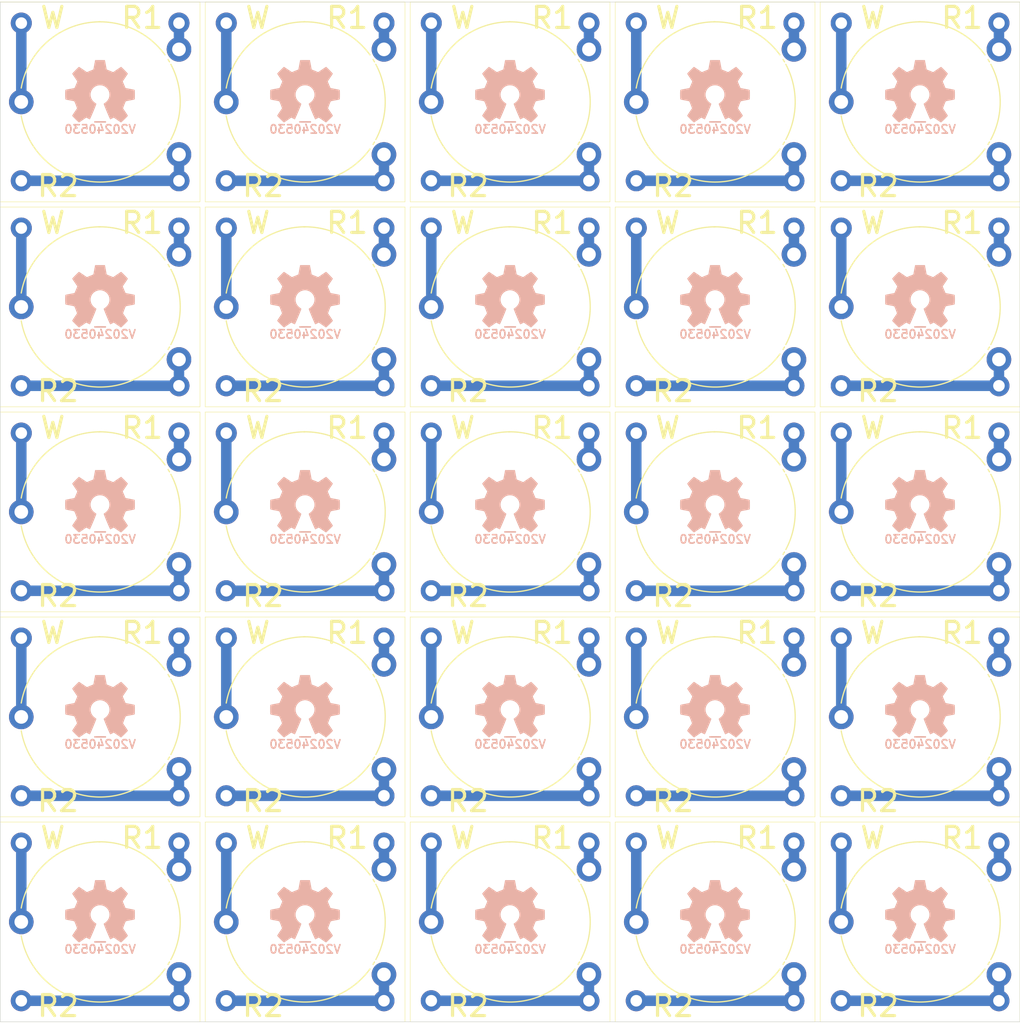
<source format=kicad_pcb>
(kicad_pcb (version 20221018) (generator pcbnew)
  (layers (0 "F.Cu" mixed) (31 "B.Cu" mixed) (34 "B.Paste" user) (35 "F.Paste" user) (36 "B.SilkS" user "B.Silkscreen") (37 "F.SilkS" user "F.Silkscreen") (38 "B.Mask" user) (39 "F.Mask" user) (44 "Edge.Cuts" user))
  (net 0 "")
  (net 1 "Net-(J1-Pin_1)")
  (net 2 "Net-(J2-Pin_1)")
  (net 3 "Net-(J3-Pin_1)")
  (footprint "mill-max:PC_pin_nail_head_6092" (layer "F.Cu") (at 52 133)
    (fp_text reference "J1")
    (fp_text value "W")
  )
  (footprint "mill-max:PC_pin_nail_head_6092" (layer "F.Cu") (at 52 148)
    (fp_text reference "J2")
    (fp_text value "R2")
  )
  (footprint "mill-max:PC_pin_nail_head_6092" (layer "F.Cu") (at 67 133)
    (fp_text reference "J3")
    (fp_text value "R1")
  )
  (footprint "mill-max:PC_pin_nail_head_6092" (layer "F.Cu") (at 67 148)
    (fp_text reference "J4")
    (fp_text value "R2" hide)
  )
  (footprint "mill-max:PC_pin_nail_head_6092" (layer "F.Cu") (at 125.5 55)
    (fp_text reference "J3")
    (fp_text value "R1")
  )
  (footprint "Potentiometer_THT:Potentiometer_Piher_PT-15-V15_Vertical" (layer "F.Cu") (at 67 135.5 180)
    (fp_text reference "RV1" hide)
    (fp_text value "R_Potentiometer")
  )
  (footprint "mill-max:PC_pin_nail_head_6092" (layer "F.Cu") (at 67 113.5)
    (fp_text reference "J3")
    (fp_text value "R1")
  )
  (footprint "Potentiometer_THT:Potentiometer_Piher_PT-15-V15_Vertical" (layer "F.Cu") (at 106 57.5 180)
    (fp_text reference "RV1" hide)
    (fp_text value "R_Potentiometer")
  )
  (footprint "mill-max:PC_pin_nail_head_6092" (layer "F.Cu") (at 145 128.5)
    (fp_text reference "J4")
    (fp_text value "R2" hide)
  )
  (footprint "mill-max:PC_pin_nail_head_6092" (layer "F.Cu") (at 86.5 133)
    (fp_text reference "J3")
    (fp_text value "R1")
  )
  (footprint "Potentiometer_THT:Potentiometer_Piher_PT-15-V15_Vertical" (layer "F.Cu") (at 125.5 96.5 180)
    (fp_text reference "RV1" hide)
    (fp_text value "R_Potentiometer")
  )
  (footprint "Potentiometer_THT:Potentiometer_Piher_PT-15-V15_Vertical" (layer "F.Cu") (at 106 96.5 180)
    (fp_text reference "RV1" hide)
    (fp_text value "R_Potentiometer")
  )
  (footprint "Potentiometer_THT:Potentiometer_Piher_PT-15-V15_Vertical" (layer "F.Cu") (at 125.5 135.5 180)
    (fp_text reference "RV1" hide)
    (fp_text value "R_Potentiometer")
  )
  (footprint "Potentiometer_THT:Potentiometer_Piher_PT-15-V15_Vertical" (layer "F.Cu") (at 106 135.5 180)
    (fp_text reference "RV1" hide)
    (fp_text value "R_Potentiometer")
  )
  (footprint "mill-max:PC_pin_nail_head_6092" (layer "F.Cu") (at 67 94)
    (fp_text reference "J3")
    (fp_text value "R1")
  )
  (footprint "Potentiometer_THT:Potentiometer_Piher_PT-15-V15_Vertical" (layer "F.Cu") (at 67 96.5 180)
    (fp_text reference "RV1" hide)
    (fp_text value "R_Potentiometer")
  )
  (footprint "mill-max:PC_pin_nail_head_6092" (layer "F.Cu") (at 91 133)
    (fp_text reference "J1")
    (fp_text value "W")
  )
  (footprint "mill-max:PC_pin_nail_head_6092" (layer "F.Cu") (at 71.5 89.5)
    (fp_text reference "J2")
    (fp_text value "R2")
  )
  (footprint "mill-max:PC_pin_nail_head_6092" (layer "F.Cu") (at 71.5 70)
    (fp_text reference "J2")
    (fp_text value "R2")
  )
  (footprint "mill-max:PC_pin_nail_head_6092" (layer "F.Cu") (at 125.5 133)
    (fp_text reference "J3")
    (fp_text value "R1")
  )
  (footprint "mill-max:PC_pin_nail_head_6092" (layer "F.Cu") (at 145 89.5)
    (fp_text reference "J4")
    (fp_text value "R2" hide)
  )
  (footprint "mill-max:PC_pin_nail_head_6092" (layer "F.Cu") (at 52 113.5)
    (fp_text reference "J1")
    (fp_text value "W")
  )
  (footprint "mill-max:PC_pin_nail_head_6092" (layer "F.Cu") (at 91 70)
    (fp_text reference "J2")
    (fp_text value "R2")
  )
  (footprint "Potentiometer_THT:Potentiometer_Piher_PT-15-V15_Vertical" (layer "F.Cu") (at 125.5 57.5 180)
    (fp_text reference "RV1" hide)
    (fp_text value "R_Potentiometer")
  )
  (footprint "mill-max:PC_pin_nail_head_6092" (layer "F.Cu") (at 106 109)
    (fp_text reference "J4")
    (fp_text value "R2" hide)
  )
  (footprint "mill-max:PC_pin_nail_head_6092" (layer "F.Cu") (at 110.5 109)
    (fp_text reference "J2")
    (fp_text value "R2")
  )
  (footprint "mill-max:PC_pin_nail_head_6092" (layer "F.Cu") (at 145 55)
    (fp_text reference "J3")
    (fp_text value "R1")
  )
  (footprint "mill-max:PC_pin_nail_head_6092" (layer "F.Cu") (at 130 128.5)
    (fp_text reference "J2")
    (fp_text value "R2")
  )
  (footprint "mill-max:PC_pin_nail_head_6092" (layer "F.Cu") (at 52 94)
    (fp_text reference "J1")
    (fp_text value "W")
  )
  (footprint "mill-max:PC_pin_nail_head_6092" (layer "F.Cu") (at 86.5 128.5)
    (fp_text reference "J4")
    (fp_text value "R2" hide)
  )
  (footprint "mill-max:PC_pin_nail_head_6092" (layer "F.Cu") (at 86.5 148)
    (fp_text reference "J4")
    (fp_text value "R2" hide)
  )
  (footprint "mill-max:PC_pin_nail_head_6092" (layer "F.Cu") (at 130 109)
    (fp_text reference "J2")
    (fp_text value "R2")
  )
  (footprint "mill-max:PC_pin_nail_head_6092" (layer "F.Cu") (at 67 109)
    (fp_text reference "J4")
    (fp_text value "R2" hide)
  )
  (footprint "mill-max:PC_pin_nail_head_6092" (layer "F.Cu") (at 145 70)
    (fp_text reference "J4")
    (fp_text value "R2" hide)
  )
  (footprint "Potentiometer_THT:Potentiometer_Piher_PT-15-V15_Vertical" (layer "F.Cu") (at 145 77 180)
    (fp_text reference "RV1" hide)
    (fp_text value "R_Potentiometer")
  )
  (footprint "mill-max:PC_pin_nail_head_6092" (layer "F.Cu") (at 71.5 113.5)
    (fp_text reference "J1")
    (fp_text value "W")
  )
  (footprint "mill-max:PC_pin_nail_head_6092" (layer "F.Cu") (at 145 94)
    (fp_text reference "J3")
    (fp_text value "R1")
  )
  (footprint "mill-max:PC_pin_nail_head_6092" (layer "F.Cu") (at 106 55)
    (fp_text reference "J3")
    (fp_text value "R1")
  )
  (footprint "Potentiometer_THT:Potentiometer_Piher_PT-15-V15_Vertical" (layer "F.Cu") (at 86.5 96.5 180)
    (fp_text reference "RV1" hide)
    (fp_text value "R_Potentiometer")
  )
  (footprint "mill-max:PC_pin_nail_head_6092" (layer "F.Cu") (at 52 70)
    (fp_text reference "J2")
    (fp_text value "R2")
  )
  (footprint "mill-max:PC_pin_nail_head_6092" (layer "F.Cu") (at 67 74.5)
    (fp_text reference "J3")
    (fp_text value "R1")
  )
  (footprint "mill-max:PC_pin_nail_head_6092" (layer "F.Cu") (at 130 74.5)
    (fp_text reference "J1")
    (fp_text value "W")
  )
  (footprint "mill-max:PC_pin_nail_head_6092" (layer "F.Cu") (at 71.5 94)
    (fp_text reference "J1")
    (fp_text value "W")
  )
  (footprint "mill-max:PC_pin_nail_head_6092" (layer "F.Cu") (at 125.5 70)
    (fp_text reference "J4")
    (fp_text value "R2" hide)
  )
  (footprint "mill-max:PC_pin_nail_head_6092" (layer "F.Cu") (at 106 113.5)
    (fp_text reference "J3")
    (fp_text value "R1")
  )
  (footprint "mill-max:PC_pin_nail_head_6092" (layer "F.Cu") (at 145 148)
    (fp_text reference "J4")
    (fp_text value "R2" hide)
  )
  (footprint "mill-max:PC_pin_nail_head_6092" (layer "F.Cu") (at 106 94)
    (fp_text reference "J3")
    (fp_text value "R1")
  )
  (footprint "Potentiometer_THT:Potentiometer_Piher_PT-15-V15_Vertical" (layer "F.Cu") (at 106 116 180)
    (fp_text reference "RV1" hide)
    (fp_text value "R_Potentiometer")
  )
  (footprint "mill-max:PC_pin_nail_head_6092" (layer "F.Cu") (at 86.5 113.5)
    (fp_text reference "J3")
    (fp_text value "R1")
  )
  (footprint "mill-max:PC_pin_nail_head_6092" (layer "F.Cu") (at 130 113.5)
    (fp_text reference "J1")
    (fp_text value "W")
  )
  (footprint "mill-max:PC_pin_nail_head_6092" (layer "F.Cu") (at 67 55)
    (fp_text reference "J3")
    (fp_text value "R1")
  )
  (footprint "Potentiometer_THT:Potentiometer_Piher_PT-15-V15_Vertical" (layer "F.Cu") (at 86.5 135.5 180)
    (fp_text reference "RV1" hide)
    (fp_text value "R_Potentiometer")
  )
  (footprint "mill-max:PC_pin_nail_head_6092" (layer "F.Cu") (at 86.5 74.5)
    (fp_text reference "J3")
    (fp_text value "R1")
  )
  (footprint "mill-max:PC_pin_nail_head_6092" (layer "F.Cu") (at 130 70)
    (fp_text reference "J2")
    (fp_text value "R2")
  )
  (footprint "Potentiometer_THT:Potentiometer_Piher_PT-15-V15_Vertical" (layer "F.Cu") (at 67 116 180)
    (fp_text reference "RV1" hide)
    (fp_text value "R_Potentiometer")
  )
  (footprint "mill-max:PC_pin_nail_head_6092" (layer "F.Cu") (at 91 74.5)
    (fp_text reference "J1")
    (fp_text value "W")
  )
  (footprint "mill-max:PC_pin_nail_head_6092" (layer "F.Cu") (at 125.5 109)
    (fp_text reference "J4")
    (fp_text value "R2" hide)
  )
  (footprint "mill-max:PC_pin_nail_head_6092" (layer "F.Cu") (at 110.5 128.5)
    (fp_text reference "J2")
    (fp_text value "R2")
  )
  (footprint "Potentiometer_THT:Potentiometer_Piher_PT-15-V15_Vertical" (layer "F.Cu") (at 67 77 180)
    (fp_text reference "RV1" hide)
    (fp_text value "R_Potentiometer")
  )
  (footprint "mill-max:PC_pin_nail_head_6092" (layer "F.Cu") (at 52 109)
    (fp_text reference "J2")
    (fp_text value "R2")
  )
  (footprint "mill-max:PC_pin_nail_head_6092" (layer "F.Cu") (at 91 55)
    (fp_text reference "J1")
    (fp_text value "W")
  )
  (footprint "mill-max:PC_pin_nail_head_6092" (layer "F.Cu") (at 145 109)
    (fp_text reference "J4")
    (fp_text value "R2" hide)
  )
  (footprint "mill-max:PC_pin_nail_head_6092" (layer "F.Cu") (at 106 70)
    (fp_text reference "J4")
    (fp_text value "R2" hide)
  )
  (footprint "mill-max:PC_pin_nail_head_6092" (layer "F.Cu") (at 110.5 148)
    (fp_text reference "J2")
    (fp_text value "R2")
  )
  (footprint "mill-max:PC_pin_nail_head_6092" (layer "F.Cu") (at 145 74.5)
    (fp_text reference "J3")
    (fp_text value "R1")
  )
  (footprint "mill-max:PC_pin_nail_head_6092" (layer "F.Cu") (at 71.5 133)
    (fp_text reference "J1")
    (fp_text value "W")
  )
  (footprint "mill-max:PC_pin_nail_head_6092" (layer "F.Cu") (at 110.5 89.5)
    (fp_text reference "J2")
    (fp_text value "R2")
  )
  (footprint "mill-max:PC_pin_nail_head_6092" (layer "F.Cu") (at 110.5 74.5)
    (fp_text reference "J1")
    (fp_text value "W")
  )
  (footprint "Potentiometer_THT:Potentiometer_Piher_PT-15-V15_Vertical" (layer "F.Cu") (at 67 57.5 180)
    (fp_text reference "RV1" hide)
    (fp_text value "R_Potentiometer")
  )
  (footprint "mill-max:PC_pin_nail_head_6092" (layer "F.Cu") (at 67 89.5)
    (fp_text reference "J4")
    (fp_text value "R2" hide)
  )
  (footprint "mill-max:PC_pin_nail_head_6092" (layer "F.Cu") (at 145 133)
    (fp_text reference "J3")
    (fp_text value "R1")
  )
  (footprint "mill-max:PC_pin_nail_head_6092" (layer "F.Cu") (at 91 148)
    (fp_text reference "J2")
    (fp_text value "R2")
  )
  (footprint "mill-max:PC_pin_nail_head_6092" (layer "F.Cu") (at 91 109)
    (fp_text reference "J2")
    (fp_text value "R2")
  )
  (footprint "mill-max:PC_pin_nail_head_6092" (layer "F.Cu") (at 67 70)
    (fp_text reference "J4")
    (fp_text value "R2" hide)
  )
  (footprint "mill-max:PC_pin_nail_head_6092" (layer "F.Cu") (at 71.5 128.5)
    (fp_text reference "J2")
    (fp_text value "R2")
  )
  (footprint "mill-max:PC_pin_nail_head_6092" (layer "F.Cu") (at 106 128.5)
    (fp_text reference "J4")
    (fp_text value "R2" hide)
  )
  (footprint "mill-max:PC_pin_nail_head_6092" (layer "F.Cu") (at 86.5 70)
    (fp_text reference "J4")
    (fp_text value "R2" hide)
  )
  (footprint "mill-max:PC_pin_nail_head_6092" (layer "F.Cu") (at 130 55)
    (fp_text reference "J1")
    (fp_text value "W")
  )
  (footprint "mill-max:PC_pin_nail_head_6092" (layer "F.Cu") (at 106 89.5)
    (fp_text reference "J4")
    (fp_text value "R2" hide)
  )
  (footprint "mill-max:PC_pin_nail_head_6092" (layer "F.Cu") (at 110.5 55)
    (fp_text reference "J1")
    (fp_text value "W")
  )
  (footprint "mill-max:PC_pin_nail_head_6092" (layer "F.Cu") (at 71.5 74.5)
    (fp_text reference "J1")
    (fp_text value "W")
  )
  (footprint "mill-max:PC_pin_nail_head_6092" (layer "F.Cu") (at 130 133)
    (fp_text reference "J1")
    (fp_text value "W")
  )
  (footprint "mill-max:PC_pin_nail_head_6092" (layer "F.Cu") (at 71.5 109)
    (fp_text reference "J2")
    (fp_text value "R2")
  )
  (footprint "mill-max:PC_pin_nail_head_6092" (layer "F.Cu") (at 71.5 148)
    (fp_text reference "J2")
    (fp_text value "R2")
  )
  (footprint "mill-max:PC_pin_nail_head_6092" (layer "F.Cu") (at 145 113.5)
    (fp_text reference "J3")
    (fp_text value "R1")
  )
  (footprint "mill-max:PC_pin_nail_head_6092" (layer "F.Cu") (at 52 74.5)
    (fp_text reference "J1")
    (fp_text value "W")
  )
  (footprint "Potentiometer_THT:Potentiometer_Piher_PT-15-V15_Vertical" (layer "F.Cu") (at 145 116 180)
    (fp_text reference "RV1" hide)
    (fp_text value "R_Potentiometer")
  )
  (footprint "Potentiometer_THT:Potentiometer_Piher_PT-15-V15_Vertical" (layer "F.Cu") (at 86.5 116 180)
    (fp_text reference "RV1" hide)
    (fp_text value "R_Potentiometer")
  )
  (footprint "mill-max:PC_pin_nail_head_6092" (layer "F.Cu") (at 52 89.5)
    (fp_text reference "J2")
    (fp_text value "R2")
  )
  (footprint "mill-max:PC_pin_nail_head_6092" (layer "F.Cu") (at 91 113.5)
    (fp_text reference "J1")
    (fp_text value "W")
  )
  (footprint "mill-max:PC_pin_nail_head_6092" (layer "F.Cu") (at 91 128.5)
    (fp_text reference "J2")
    (fp_text value "R2")
  )
  (footprint "mill-max:PC_pin_nail_head_6092" (layer "F.Cu") (at 130 89.5)
    (fp_text reference "J2")
    (fp_text value "R2")
  )
  (footprint "Potentiometer_THT:Potentiometer_Piher_PT-15-V15_Vertical" (layer "F.Cu") (at 125.5 116 180)
    (fp_text reference "RV1" hide)
    (fp_text value "R_Potentiometer")
  )
  (footprint "mill-max:PC_pin_nail_head_6092" (layer "F.Cu") (at 130 94)
    (fp_text reference "J1")
    (fp_text value "W")
  )
  (footprint "mill-max:PC_pin_nail_head_6092" (layer "F.Cu") (at 106 148)
    (fp_text reference "J4")
    (fp_text value "R2" hide)
  )
  (footprint "mill-max:PC_pin_nail_head_6092" (layer "F.Cu") (at 110.5 94)
    (fp_text reference "J1")
    (fp_text value "W")
  )
  (footprint "mill-max:PC_pin_nail_head_6092" (layer "F.Cu") (at 86.5 55)
    (fp_text reference "J3")
    (fp_text value "R1")
  )
  (footprint "Potentiometer_THT:Potentiometer_Piher_PT-15-V15_Vertical" (layer "F.Cu") (at 145 57.5 180)
    (fp_text reference "RV1" hide)
    (fp_text value "R_Potentiometer")
  )
  (footprint "mill-max:PC_pin_nail_head_6092" (layer "F.Cu") (at 86.5 109)
    (fp_text reference "J4")
    (fp_text value "R2" hide)
  )
  (footprint "mill-max:PC_pin_nail_head_6092" (layer "F.Cu") (at 110.5 70)
    (fp_text reference "J2")
    (fp_text value "R2")
  )
  (footprint "mill-max:PC_pin_nail_head_6092" (layer "F.Cu") (at 106 133)
    (fp_text reference "J3")
    (fp_text value "R1")
  )
  (footprint "Potentiometer_THT:Potentiometer_Piher_PT-15-V15_Vertical" (layer "F.Cu") (at 106 77 180)
    (fp_text reference "RV1" hide)
    (fp_text value "R_Potentiometer")
  )
  (footprint "mill-max:PC_pin_nail_head_6092" (layer "F.Cu") (at 52 128.5)
    (fp_text reference "J2")
    (fp_text value "R2")
  )
  (footprint "mill-max:PC_pin_nail_head_6092" (layer "F.Cu") (at 67 128.5)
    (fp_text reference "J4")
    (fp_text value "R2" hide)
  )
  (footprint "Potentiometer_THT:Potentiometer_Piher_PT-15-V15_Vertical" (layer "F.Cu") (at 125.5 77 180)
    (fp_text reference "RV1" hide)
    (fp_text value "R_Potentiometer")
  )
  (footprint "mill-max:PC_pin_nail_head_6092" (layer "F.Cu") (at 52 55)
    (fp_text reference "J1")
    (fp_text value "W")
  )
  (footprint "mill-max:PC_pin_nail_head_6092" (layer "F.Cu") (at 91 89.5)
    (fp_text reference "J2")
    (fp_text value "R2")
  )
  (footprint "Potentiometer_THT:Potentiometer_Piher_PT-15-V15_Vertical" (layer "F.Cu") (at 86.5 77 180)
    (fp_text reference "RV1" hide)
    (fp_text value "R_Potentiometer")
  )
  (footprint "mill-max:PC_pin_nail_head_6092" (layer "F.Cu") (at 71.5 55)
    (fp_text reference "J1")
    (fp_text value "W")
  )
  (footprint "Potentiometer_THT:Potentiometer_Piher_PT-15-V15_Vertical" (layer "F.Cu") (at 145 135.5 180)
    (fp_text reference "RV1" hide)
    (fp_text value "R_Potentiometer")
  )
  (footprint "mill-max:PC_pin_nail_head_6092" (layer "F.Cu") (at 91 94)
    (fp_text reference "J1")
    (fp_text value "W")
  )
  (footprint "mill-max:PC_pin_nail_head_6092" (layer "F.Cu") (at 110.5 113.5)
    (fp_text reference "J1")
    (fp_text value "W")
  )
  (footprint "mill-max:PC_pin_nail_head_6092" (layer "F.Cu") (at 125.5 148)
    (fp_text reference "J4")
    (fp_text value "R2" hide)
  )
  (footprint "mill-max:PC_pin_nail_head_6092" (layer "F.Cu") (at 86.5 89.5)
    (fp_text reference "J4")
    (fp_text value "R2" hide)
  )
  (footprint "Potentiometer_THT:Potentiometer_Piher_PT-15-V15_Vertical" (layer "F.Cu") (at 145 96.5 180)
    (fp_text reference "RV1" hide)
    (fp_text value "R_Potentiometer")
  )
  (footprint "mill-max:PC_pin_nail_head_6092" (layer "F.Cu") (at 110.5 133)
    (fp_text reference "J1")
    (fp_text value "W")
  )
  (footprint "mill-max:PC_pin_nail_head_6092" (layer "F.Cu") (at 125.5 94)
    (fp_text reference "J3")
    (fp_text value "R1")
  )
  (footprint "mill-max:PC_pin_nail_head_6092" (layer "F.Cu") (at 125.5 128.5)
    (fp_text reference "J4")
    (fp_text value "R2" hide)
  )
  (footprint "mill-max:PC_pin_nail_head_6092" (layer "F.Cu") (at 86.5 94)
    (fp_text reference "J3")
    (fp_text value "R1")
  )
  (footprint "mill-max:PC_pin_nail_head_6092" (layer "F.Cu") (at 125.5 74.5)
    (fp_text reference "J3")
    (fp_text value "R1")
  )
  (footprint "mill-max:PC_pin_nail_head_6092" (layer "F.Cu") (at 106 74.5)
    (fp_text reference "J3")
    (fp_text value "R1")
  )
  (footprint "Potentiometer_THT:Potentiometer_Piher_PT-15-V15_Vertical" (layer "F.Cu") (at 86.5 57.5 180)
    (fp_text reference "RV1" hide)
    (fp_text value "R_Potentiometer")
  )
  (footprint "mill-max:PC_pin_nail_head_6092" (layer "F.Cu") (at 125.5 113.5)
    (fp_text reference "J3")
    (fp_text value "R1")
  )
  (footprint "mill-max:PC_pin_nail_head_6092" (layer "F.Cu") (at 130 148)
    (fp_text reference "J2")
    (fp_text value "R2")
  )
  (footprint "mill-max:PC_pin_nail_head_6092" (layer "F.Cu") (at 125.5 89.5)
    (fp_text reference "J4")
    (fp_text value "R2" hide)
  )
  (footprint "SquantorLabels:Label_Generic" (layer "B.Cu") (at 59.5 143)
    (fp_text reference "N1" hide)
    (fp_text value "V20240530")
  )
  (footprint "Symbol:OSHW-Symbol_6.7x6mm_SilkScreen" (layer "B.Cu") (at 59.5 139.5 180)
    (fp_text reference "N2" hide)
    (fp_text value "OHWLOGO" hide)
  )
  (footprint "SquantorLabels:Label_Generic" (layer "B.Cu") (at 59.5 65)
    (fp_text reference "N1" hide)
    (fp_text value "V20240530")
  )
  (footprint "SquantorLabels:Label_Generic" (layer "B.Cu") (at 137.5 84.5)
    (fp_text reference "N1" hide)
    (fp_text value "V20240530")
  )
  (footprint "SquantorLabels:Label_Generic" (layer "B.Cu") (at 98.5 104)
    (fp_text reference "N1" hide)
    (fp_text value "V20240530")
  )
  (footprint "Symbol:OSHW-Symbol_6.7x6mm_SilkScreen" (layer "B.Cu") (at 98.5 81 180)
    (fp_text reference "N2" hide)
    (fp_text value "OHWLOGO" hide)
  )
  (footprint "Symbol:OSHW-Symbol_6.7x6mm_SilkScreen" (layer "B.Cu") (at 79 139.5 180)
    (fp_text reference "N2" hide)
    (fp_text value "OHWLOGO" hide)
  )
  (footprint "Symbol:OSHW-Symbol_6.7x6mm_SilkScreen" (layer "B.Cu") (at 59.5 120 180)
    (fp_text reference "N2" hide)
    (fp_text value "OHWLOGO" hide)
  )
  (footprint "SquantorLabels:Label_Generic" (layer "B.Cu") (at 98.5 123.5)
    (fp_text reference "N1" hide)
    (fp_text value "V20240530")
  )
  (footprint "Symbol:OSHW-Symbol_6.7x6mm_SilkScreen" (layer "B.Cu") (at 79 100.5 180)
    (fp_text reference "N2" hide)
    (fp_text value "OHWLOGO" hide)
  )
  (footprint "Symbol:OSHW-Symbol_6.7x6mm_SilkScreen" (layer "B.Cu") (at 79 81 180)
    (fp_text reference "N2" hide)
    (fp_text value "OHWLOGO" hide)
  )
  (footprint "SquantorLabels:Label_Generic" (layer "B.Cu") (at 79 143)
    (fp_text reference "N1" hide)
    (fp_text value "V20240530")
  )
  (footprint "SquantorLabels:Label_Generic" (layer "B.Cu") (at 59.5 84.5)
    (fp_text reference "N1" hide)
    (fp_text value "V20240530")
  )
  (footprint "SquantorLabels:Label_Generic" (layer "B.Cu") (at 118 143)
    (fp_text reference "N1" hide)
    (fp_text value "V20240530")
  )
  (footprint "Symbol:OSHW-Symbol_6.7x6mm_SilkScreen" (layer "B.Cu") (at 137.5 100.5 180)
    (fp_text reference "N2" hide)
    (fp_text value "OHWLOGO" hide)
  )
  (footprint "SquantorLabels:Label_Generic" (layer "B.Cu") (at 137.5 123.5)
    (fp_text reference "N1" hide)
    (fp_text value "V20240530")
  )
  (footprint "Symbol:OSHW-Symbol_6.7x6mm_SilkScreen" (layer "B.Cu") (at 137.5 139.5 180)
    (fp_text reference "N2" hide)
    (fp_text value "OHWLOGO" hide)
  )
  (footprint "Symbol:OSHW-Symbol_6.7x6mm_SilkScreen" (layer "B.Cu") (at 59.5 61.5 180)
    (fp_text reference "N2" hide)
    (fp_text value "OHWLOGO" hide)
  )
  (footprint "SquantorLabels:Label_Generic" (layer "B.Cu") (at 79 123.5)
    (fp_text reference "N1" hide)
    (fp_text value "V20240530")
  )
  (footprint "SquantorLabels:Label_Generic" (layer "B.Cu") (at 118 104)
    (fp_text reference "N1" hide)
    (fp_text value "V20240530")
  )
  (footprint "Symbol:OSHW-Symbol_6.7x6mm_SilkScreen" (layer "B.Cu") (at 98.5 139.5 180)
    (fp_text reference "N2" hide)
    (fp_text value "OHWLOGO" hide)
  )
  (footprint "SquantorLabels:Label_Generic" (layer "B.Cu") (at 59.5 123.5)
    (fp_text reference "N1" hide)
    (fp_text value "V20240530")
  )
  (footprint "SquantorLabels:Label_Generic" (layer "B.Cu") (at 118 123.5)
    (fp_text reference "N1" hide)
    (fp_text value "V20240530")
  )
  (footprint "Symbol:OSHW-Symbol_6.7x6mm_SilkScreen" (layer "B.Cu") (at 79 120 180)
    (fp_text reference "N2" hide)
    (fp_text value "OHWLOGO" hide)
  )
  (footprint "SquantorLabels:Label_Generic" (layer "B.Cu") (at 98.5 84.5)
    (fp_text reference "N1" hide)
    (fp_text value "V20240530")
  )
  (footprint "SquantorLabels:Label_Generic" (layer "B.Cu") (at 98.5 65)
    (fp_text reference "N1" hide)
    (fp_text value "V20240530")
  )
  (footprint "SquantorLabels:Label_Generic" (layer "B.Cu") (at 137.5 65)
    (fp_text reference "N1" hide)
    (fp_text value "V20240530")
  )
  (footprint "Symbol:OSHW-Symbol_6.7x6mm_SilkScreen" (layer "B.Cu") (at 79 61.5 180)
    (fp_text reference "N2" hide)
    (fp_text value "OHWLOGO" hide)
  )
  (footprint "Symbol:OSHW-Symbol_6.7x6mm_SilkScreen" (layer "B.Cu") (at 59.5 81 180)
    (fp_text reference "N2" hide)
    (fp_text value "OHWLOGO" hide)
  )
  (footprint "Symbol:OSHW-Symbol_6.7x6mm_SilkScreen" (layer "B.Cu") (at 118 61.5 180)
    (fp_text reference "N2" hide)
    (fp_text value "OHWLOGO" hide)
  )
  (footprint "Symbol:OSHW-Symbol_6.7x6mm_SilkScreen" (layer "B.Cu") (at 118 81 180)
    (fp_text reference "N2" hide)
    (fp_text value "OHWLOGO" hide)
  )
  (footprint "Symbol:OSHW-Symbol_6.7x6mm_SilkScreen" (layer "B.Cu") (at 98.5 61.5 180)
    (fp_text reference "N2" hide)
    (fp_text value "OHWLOGO" hide)
  )
  (footprint "SquantorLabels:Label_Generic" (layer "B.Cu") (at 98.5 143)
    (fp_text reference "N1" hide)
    (fp_text value "V20240530")
  )
  (footprint "SquantorLabels:Label_Generic" (layer "B.Cu") (at 137.5 104)
    (fp_text reference "N1" hide)
    (fp_text value "V20240530")
  )
  (footprint "Symbol:OSHW-Symbol_6.7x6mm_SilkScreen" (layer "B.Cu") (at 137.5 120 180)
    (fp_text reference "N2" hide)
    (fp_text value "OHWLOGO" hide)
  )
  (footprint "Symbol:OSHW-Symbol_6.7x6mm_SilkScreen" (layer "B.Cu") (at 118 100.5 180)
    (fp_text reference "N2" hide)
    (fp_text value "OHWLOGO" hide)
  )
  (footprint "SquantorLabels:Label_Generic" (layer "B.Cu") (at 79 84.5)
    (fp_text reference "N1" hide)
    (fp_text value "V20240530")
  )
  (footprint "Symbol:OSHW-Symbol_6.7x6mm_SilkScreen" (layer "B.Cu") (at 137.5 61.5 180)
    (fp_text reference "N2" hide)
    (fp_text value "OHWLOGO" hide)
  )
  (footprint "SquantorLabels:Label_Generic" (layer "B.Cu") (at 137.5 143)
    (fp_text reference "N1" hide)
    (fp_text value "V20240530")
  )
  (footprint "Symbol:OSHW-Symbol_6.7x6mm_SilkScreen" (layer "B.Cu") (at 137.5 81 180)
    (fp_text reference "N2" hide)
    (fp_text value "OHWLOGO" hide)
  )
  (footprint "SquantorLabels:Label_Generic" (layer "B.Cu") (at 118 84.5)
    (fp_text reference "N1" hide)
    (fp_text value "V20240530")
  )
  (footprint "SquantorLabels:Label_Generic" (layer "B.Cu") (at 79 65)
    (fp_text reference "N1" hide)
    (fp_text value "V20240530")
  )
  (footprint "Symbol:OSHW-Symbol_6.7x6mm_SilkScreen" (layer "B.Cu") (at 98.5 120 180)
    (fp_text reference "N2" hide)
    (fp_text value "OHWLOGO" hide)
  )
  (footprint "Symbol:OSHW-Symbol_6.7x6mm_SilkScreen" (layer "B.Cu") (at 98.5 100.5 180)
    (fp_text reference "N2" hide)
    (fp_text value "OHWLOGO" hide)
  )
  (footprint "SquantorLabels:Label_Generic" (layer "B.Cu") (at 79 104)
    (fp_text reference "N1" hide)
    (fp_text value "V20240530")
  )
  (footprint "SquantorLabels:Label_Generic" (layer "B.Cu") (at 59.5 104)
    (fp_text reference "N1" hide)
    (fp_text value "V20240530")
  )
  (footprint "Symbol:OSHW-Symbol_6.7x6mm_SilkScreen" (layer "B.Cu") (at 118 139.5 180)
    (fp_text reference "N2" hide)
    (fp_text value "OHWLOGO" hide)
  )
  (footprint "Symbol:OSHW-Symbol_6.7x6mm_SilkScreen" (layer "B.Cu") (at 59.5 100.5 180)
    (fp_text reference "N2" hide)
    (fp_text value "OHWLOGO" hide)
  )
  (footprint "SquantorLabels:Label_Generic" (layer "B.Cu") (at 118 65)
    (fp_text reference "N1" hide)
    (fp_text value "V20240530")
  )
  (footprint "Symbol:OSHW-Symbol_6.7x6mm_SilkScreen" (layer "B.Cu") (at 118 120 180)
    (fp_text reference "N2" hide)
    (fp_text value "OHWLOGO" hide)
  )
  (gr_line (start 50 150) (end 69 150) (stroke (width 0.05)) (layer "F.SilkS"))
  (gr_line (start 69 131) (end 69 150) (stroke (width 0.05)) (layer "F.SilkS"))
  (gr_line (start 69 131) (end 50 131) (stroke (width 0.05)) (layer "F.SilkS"))
  (gr_line (start 89 91.5) (end 108 91.5) (stroke (width 0.05)) (layer "F.SilkS"))
  (gr_line (start 69 111.5) (end 50 111.5) (stroke (width 0.05)) (layer "F.SilkS"))
  (gr_line (start 128 150) (end 147 150) (stroke (width 0.05)) (layer "F.SilkS"))
  (gr_line (start 108.5 72) (end 108.5 53) (stroke (width 0.05)) (layer "F.SilkS"))
  (gr_line (start 108.5 130.5) (end 127.5 130.5) (stroke (width 0.05)) (layer "F.SilkS"))
  (gr_line (start 88.5 92) (end 88.5 111) (stroke (width 0.05)) (layer "F.SilkS"))
  (gr_line (start 128 130.5) (end 147 130.5) (stroke (width 0.05)) (layer "F.SilkS"))
  (gr_line (start 127.5 111.5) (end 108.5 111.5) (stroke (width 0.05)) (layer "F.SilkS"))
  (gr_line (start 108 53) (end 89 53) (stroke (width 0.05)) (layer "F.SilkS"))
  (gr_line (start 147 92) (end 147 111) (stroke (width 0.05)) (layer "F.SilkS"))
  (gr_line (start 69.5 91.5) (end 69.5 72.5) (stroke (width 0.05)) (layer "F.SilkS"))
  (gr_line (start 127.5 72.5) (end 108.5 72.5) (stroke (width 0.05)) (layer "F.SilkS"))
  (gr_line (start 108 92) (end 89 92) (stroke (width 0.05)) (layer "F.SilkS"))
  (gr_line (start 108.5 91.5) (end 108.5 72.5) (stroke (width 0.05)) (layer "F.SilkS"))
  (gr_line (start 127.5 92) (end 108.5 92) (stroke (width 0.05)) (layer "F.SilkS"))
  (gr_line (start 147 53) (end 147 72) (stroke (width 0.05)) (layer "F.SilkS"))
  (gr_line (start 69.5 150) (end 69.5 131) (stroke (width 0.05)) (layer "F.SilkS"))
  (gr_line (start 147 131) (end 128 131) (stroke (width 0.05)) (layer "F.SilkS"))
  (gr_line (start 108 72.5) (end 108 91.5) (stroke (width 0.05)) (layer "F.SilkS"))
  (gr_line (start 69 72.5) (end 69 91.5) (stroke (width 0.05)) (layer "F.SilkS"))
  (gr_line (start 69 53) (end 69 72) (stroke (width 0.05)) (layer "F.SilkS"))
  (gr_line (start 128 72) (end 128 53) (stroke (width 0.05)) (layer "F.SilkS"))
  (gr_line (start 147 92) (end 128 92) (stroke (width 0.05)) (layer "F.SilkS"))
  (gr_line (start 69.5 72) (end 69.5 53) (stroke (width 0.05)) (layer "F.SilkS"))
  (gr_line (start 89 130.5) (end 89 111.5) (stroke (width 0.05)) (layer "F.SilkS"))
  (gr_line (start 88.5 72.5) (end 88.5 91.5) (stroke (width 0.05)) (layer "F.SilkS"))
  (gr_line (start 108.5 72) (end 127.5 72) (stroke (width 0.05)) (layer "F.SilkS"))
  (gr_line (start 50 72) (end 50 53) (stroke (width 0.05)) (layer "F.SilkS"))
  (gr_line (start 108 111.5) (end 108 130.5) (stroke (width 0.05)) (layer "F.SilkS"))
  (gr_line (start 127.5 53) (end 127.5 72) (stroke (width 0.05)) (layer "F.SilkS"))
  (gr_line (start 50 150) (end 50 131) (stroke (width 0.05)) (layer "F.SilkS"))
  (gr_line (start 128 150) (end 128 131) (stroke (width 0.05)) (layer "F.SilkS"))
  (gr_line (start 147 131) (end 147 150) (stroke (width 0.05)) (layer "F.SilkS"))
  (gr_line (start 108.5 130.5) (end 108.5 111.5) (stroke (width 0.05)) (layer "F.SilkS"))
  (gr_line (start 108.5 91.5) (end 127.5 91.5) (stroke (width 0.05)) (layer "F.SilkS"))
  (gr_line (start 127.5 53) (end 108.5 53) (stroke (width 0.05)) (layer "F.SilkS"))
  (gr_line (start 108 72.5) (end 89 72.5) (stroke (width 0.05)) (layer "F.SilkS"))
  (gr_line (start 50 130.5) (end 50 111.5) (stroke (width 0.05)) (layer "F.SilkS"))
  (gr_line (start 50 130.5) (end 69 130.5) (stroke (width 0.05)) (layer "F.SilkS"))
  (gr_line (start 89 111) (end 89 92) (stroke (width 0.05)) (layer "F.SilkS"))
  (gr_line (start 128 72) (end 147 72) (stroke (width 0.05)) (layer "F.SilkS"))
  (gr_line (start 108 111.5) (end 89 111.5) (stroke (width 0.05)) (layer "F.SilkS"))
  (gr_line (start 147 111.5) (end 128 111.5) (stroke (width 0.05)) (layer "F.SilkS"))
  (gr_line (start 50 111) (end 50 92) (stroke (width 0.05)) (layer "F.SilkS"))
  (gr_line (start 50 91.5) (end 50 72.5) (stroke (width 0.05)) (layer "F.SilkS"))
  (gr_line (start 89 150) (end 89 131) (stroke (width 0.05)) (layer "F.SilkS"))
  (gr_line (start 69.5 111) (end 88.5 111) (stroke (width 0.05)) (layer "F.SilkS"))
  (gr_line (start 69.5 130.5) (end 88.5 130.5) (stroke (width 0.05)) (layer "F.SilkS"))
  (gr_line (start 89 111) (end 108 111) (stroke (width 0.05)) (layer "F.SilkS"))
  (gr_line (start 88.5 53) (end 88.5 72) (stroke (width 0.05)) (layer "F.SilkS"))
  (gr_line (start 88.5 53) (end 69.5 53) (stroke (width 0.05)) (layer "F.SilkS"))
  (gr_line (start 89 91.5) (end 89 72.5) (stroke (width 0.05)) (layer "F.SilkS"))
  (gr_line (start 88.5 92) (end 69.5 92) (stroke (width 0.05)) (layer "F.SilkS"))
  (gr_line (start 108.5 111) (end 127.5 111) (stroke (width 0.05)) (layer "F.SilkS"))
  (gr_line (start 69.5 72) (end 88.5 72) (stroke (width 0.05)) (layer "F.SilkS"))
  (gr_line (start 88.5 131) (end 69.5 131) (stroke (width 0.05)) (layer "F.SilkS"))
  (gr_line (start 127.5 131) (end 127.5 150) (stroke (width 0.05)) (layer "F.SilkS"))
  (gr_line (start 69 92) (end 69 111) (stroke (width 0.05)) (layer "F.SilkS"))
  (gr_line (start 69 53) (end 50 53) (stroke (width 0.05)) (layer "F.SilkS"))
  (gr_line (start 69.5 91.5) (end 88.5 91.5) (stroke (width 0.05)) (layer "F.SilkS"))
  (gr_line (start 69.5 150) (end 88.5 150) (stroke (width 0.05)) (layer "F.SilkS"))
  (gr_line (start 127.5 111.5) (end 127.5 130.5) (stroke (width 0.05)) (layer "F.SilkS"))
  (gr_line (start 127.5 92) (end 127.5 111) (stroke (width 0.05)) (layer "F.SilkS"))
  (gr_line (start 89 72) (end 89 53) (stroke (width 0.05)) (layer "F.SilkS"))
  (gr_line (start 108.5 111) (end 108.5 92) (stroke (width 0.05)) (layer "F.SilkS"))
  (gr_line (start 88.5 111.5) (end 88.5 130.5) (stroke (width 0.05)) (layer "F.SilkS"))
  (gr_line (start 108 131) (end 108 150) (stroke (width 0.05)) (layer "F.SilkS"))
  (gr_line (start 128 111) (end 147 111) (stroke (width 0.05)) (layer "F.SilkS"))
  (gr_line (start 147 111.5) (end 147 130.5) (stroke (width 0.05)) (layer "F.SilkS"))
  (gr_line (start 128 91.5) (end 128 72.5) (stroke (width 0.05)) (layer "F.SilkS"))
  (gr_line (start 69 111.5) (end 69 130.5) (stroke (width 0.05)) (layer "F.SilkS"))
  (gr_line (start 108 53) (end 108 72) (stroke (width 0.05)) (layer "F.SilkS"))
  (gr_line (start 127.5 131) (end 108.5 131) (stroke (width 0.05)) (layer "F.SilkS"))
  (gr_line (start 69 92) (end 50 92) (stroke (width 0.05)) (layer "F.SilkS"))
  (gr_line (start 108 92) (end 108 111) (stroke (width 0.05)) (layer "F.SilkS"))
  (gr_line (start 88.5 131) (end 88.5 150) (stroke (width 0.05)) (layer "F.SilkS"))
  (gr_line (start 108 131) (end 89 131) (stroke (width 0.05)) (layer "F.SilkS"))
  (gr_line (start 128 91.5) (end 147 91.5) (stroke (width 0.05)) (layer "F.SilkS"))
  (gr_line (start 128 111) (end 128 92) (stroke (width 0.05)) (layer "F.SilkS"))
  (gr_line (start 89 150) (end 108 150) (stroke (width 0.05)) (layer "F.SilkS"))
  (gr_line (start 127.5 72.5) (end 127.5 91.5) (stroke (width 0.05)) (layer "F.SilkS"))
  (gr_line (start 50 91.5) (end 69 91.5) (stroke (width 0.05)) (layer "F.SilkS"))
  (gr_line (start 108.5 150) (end 127.5 150) (stroke (width 0.05)) (layer "F.SilkS"))
  (gr_line (start 108.5 150) (end 108.5 131) (stroke (width 0.05)) (layer "F.SilkS"))
  (gr_line (start 88.5 72.5) (end 69.5 72.5) (stroke (width 0.05)) (layer "F.SilkS"))
  (gr_line (start 89 130.5) (end 108 130.5) (stroke (width 0.05)) (layer "F.SilkS"))
  (gr_line (start 147 72.5) (end 128 72.5) (stroke (width 0.05)) (layer "F.SilkS"))
  (gr_line (start 69.5 130.5) (end 69.5 111.5) (stroke (width 0.05)) (layer "F.SilkS"))
  (gr_line (start 69.5 111) (end 69.5 92) (stroke (width 0.05)) (layer "F.SilkS"))
  (gr_line (start 89 72) (end 108 72) (stroke (width 0.05)) (layer "F.SilkS"))
  (gr_line (start 50 72) (end 69 72) (stroke (width 0.05)) (layer "F.SilkS"))
  (gr_line (start 147 53) (end 128 53) (stroke (width 0.05)) (layer "F.SilkS"))
  (gr_line (start 128 130.5) (end 128 111.5) (stroke (width 0.05)) (layer "F.SilkS"))
  (gr_line (start 69 72.5) (end 50 72.5) (stroke (width 0.05)) (layer "F.SilkS"))
  (gr_line (start 50 111) (end 69 111) (stroke (width 0.05)) (layer "F.SilkS"))
  (gr_line (start 147 72.5) (end 147 91.5) (stroke (width 0.05)) (layer "F.SilkS"))
  (gr_line (start 88.5 111.5) (end 69.5 111.5) (stroke (width 0.05)) (layer "F.SilkS"))
  (gr_line (start 50 150) (end 147 150) (stroke (width 0.05)) (layer "Edge.Cuts"))
  (gr_line (start 147 150) (end 147 53) (stroke (width 0.05)) (layer "Edge.Cuts"))
  (gr_line (start 50 53) (end 50 150) (stroke (width 0.05)) (layer "Edge.Cuts"))
  (gr_line (start 147 53) (end 50 53) (stroke (width 0.05)) (layer "Edge.Cuts"))
  (segment (start 130 82) (end 130 74.5) (width 1) (layer "B.Cu") (net 1))
  (segment (start 91 62.5) (end 91 55) (width 1) (layer "B.Cu") (net 1))
  (segment (start 130 101.5) (end 130 94) (width 1) (layer "B.Cu") (net 1))
  (segment (start 71.5 101.5) (end 71.5 94) (width 1) (layer "B.Cu") (net 1))
  (segment (start 52 62.5) (end 52 55) (width 1) (layer "B.Cu") (net 1))
  (segment (start 52 82) (end 52 74.5) (width 1) (layer "B.Cu") (net 1))
  (segment (start 52 121) (end 52 113.5) (width 1) (layer "B.Cu") (net 1))
  (segment (start 130 140.5) (end 130 133) (width 1) (layer "B.Cu") (net 1))
  (segment (start 130 121) (end 130 113.5) (width 1) (layer "B.Cu") (net 1))
  (segment (start 91 121) (end 91 113.5) (width 1) (layer "B.Cu") (net 1))
  (segment (start 71.5 62.5) (end 71.5 55) (width 1) (layer "B.Cu") (net 1))
  (segment (start 130 62.5) (end 130 55) (width 1) (layer "B.Cu") (net 1))
  (segment (start 52 140.5) (end 52 133) (width 1) (layer "B.Cu") (net 1))
  (segment (start 110.5 101.5) (end 110.5 94) (width 1) (layer "B.Cu") (net 1))
  (segment (start 71.5 140.5) (end 71.5 133) (width 1) (layer "B.Cu") (net 1))
  (segment (start 91 140.5) (end 91 133) (width 1) (layer "B.Cu") (net 1))
  (segment (start 52 101.5) (end 52 94) (width 1) (layer "B.Cu") (net 1))
  (segment (start 110.5 82) (end 110.5 74.5) (width 1) (layer "B.Cu") (net 1))
  (segment (start 91 101.5) (end 91 94) (width 1) (layer "B.Cu") (net 1))
  (segment (start 110.5 140.5) (end 110.5 133) (width 1) (layer "B.Cu") (net 1))
  (segment (start 91 82) (end 91 74.5) (width 1) (layer "B.Cu") (net 1))
  (segment (start 71.5 82) (end 71.5 74.5) (width 1) (layer "B.Cu") (net 1))
  (segment (start 110.5 62.5) (end 110.5 55) (width 1) (layer "B.Cu") (net 1))
  (segment (start 71.5 121) (end 71.5 113.5) (width 1) (layer "B.Cu") (net 1))
  (segment (start 110.5 121) (end 110.5 113.5) (width 1) (layer "B.Cu") (net 1))
  (segment (start 106 109) (end 106 106.5) (width 1) (layer "B.Cu") (net 2))
  (segment (start 106 70) (end 106 67.5) (width 1) (layer "B.Cu") (net 2))
  (segment (start 125.5 148) (end 110.5 148) (width 1) (layer "B.Cu") (net 2))
  (segment (start 67 128.5) (end 52 128.5) (width 1) (layer "B.Cu") (net 2))
  (segment (start 145 128.5) (end 145 126) (width 1) (layer "B.Cu") (net 2))
  (segment (start 86.5 109) (end 71.5 109) (width 1) (layer "B.Cu") (net 2))
  (segment (start 86.5 89.5) (end 71.5 89.5) (width 1) (layer "B.Cu") (net 2))
  (segment (start 145 109) (end 145 106.5) (width 1) (layer "B.Cu") (net 2))
  (segment (start 106 70) (end 91 70) (width 1) (layer "B.Cu") (net 2))
  (segment (start 86.5 89.5) (end 86.5 87) (width 1) (layer "B.Cu") (net 2))
  (segment (start 125.5 109) (end 110.5 109) (width 1) (layer "B.Cu") (net 2))
  (segment (start 125.5 89.5) (end 125.5 87) (width 1) (layer "B.Cu") (net 2))
  (segment (start 86.5 148) (end 86.5 145.5) (width 1) (layer "B.Cu") (net 2))
  (segment (start 67 109) (end 67 106.5) (width 1) (layer "B.Cu") (net 2))
  (segment (start 67 148) (end 52 148) (width 1) (layer "B.Cu") (net 2))
  (segment (start 86.5 128.5) (end 71.5 128.5) (width 1) (layer "B.Cu") (net 2))
  (segment (start 67 89.5) (end 67 87) (width 1) (layer "B.Cu") (net 2))
  (segment (start 145 70) (end 130 70) (width 1) (layer "B.Cu") (net 2))
  (segment (start 145 89.5) (end 145 87) (width 1) (layer "B.Cu") (net 2))
  (segment (start 67 89.5) (end 52 89.5) (width 1) (layer "B.Cu") (net 2))
  (segment (start 86.5 70) (end 71.5 70) (width 1) (layer "B.Cu") (net 2))
  (segment (start 145 148) (end 145 145.5) (width 1) (layer "B.Cu") (net 2))
  (segment (start 67 70) (end 52 70) (width 1) (layer "B.Cu") (net 2))
  (segment (start 106 128.5) (end 91 128.5) (width 1) (layer "B.Cu") (net 2))
  (segment (start 125.5 148) (end 125.5 145.5) (width 1) (layer "B.Cu") (net 2))
  (segment (start 145 128.5) (end 130 128.5) (width 1) (layer "B.Cu") (net 2))
  (segment (start 106 148) (end 106 145.5) (width 1) (layer "B.Cu") (net 2))
  (segment (start 145 70) (end 145 67.5) (width 1) (layer "B.Cu") (net 2))
  (segment (start 67 128.5) (end 67 126) (width 1) (layer "B.Cu") (net 2))
  (segment (start 106 89.5) (end 106 87) (width 1) (layer "B.Cu") (net 2))
  (segment (start 106 109) (end 91 109) (width 1) (layer "B.Cu") (net 2))
  (segment (start 145 109) (end 130 109) (width 1) (layer "B.Cu") (net 2))
  (segment (start 86.5 109) (end 86.5 106.5) (width 1) (layer "B.Cu") (net 2))
  (segment (start 106 148) (end 91 148) (width 1) (layer "B.Cu") (net 2))
  (segment (start 106 89.5) (end 91 89.5) (width 1) (layer "B.Cu") (net 2))
  (segment (start 125.5 70) (end 110.5 70) (width 1) (layer "B.Cu") (net 2))
  (segment (start 86.5 148) (end 71.5 148) (width 1) (layer "B.Cu") (net 2))
  (segment (start 125.5 109) (end 125.5 106.5) (width 1) (layer "B.Cu") (net 2))
  (segment (start 145 89.5) (end 130 89.5) (width 1) (layer "B.Cu") (net 2))
  (segment (start 67 148) (end 67 145.5) (width 1) (layer "B.Cu") (net 2))
  (segment (start 145 148) (end 130 148) (width 1) (layer "B.Cu") (net 2))
  (segment (start 86.5 70) (end 86.5 67.5) (width 1) (layer "B.Cu") (net 2))
  (segment (start 86.5 128.5) (end 86.5 126) (width 1) (layer "B.Cu") (net 2))
  (segment (start 125.5 70) (end 125.5 67.5) (width 1) (layer "B.Cu") (net 2))
  (segment (start 106 128.5) (end 106 126) (width 1) (layer "B.Cu") (net 2))
  (segment (start 125.5 128.5) (end 125.5 126) (width 1) (layer "B.Cu") (net 2))
  (segment (start 67 70) (end 67 67.5) (width 1) (layer "B.Cu") (net 2))
  (segment (start 125.5 89.5) (end 110.5 89.5) (width 1) (layer "B.Cu") (net 2))
  (segment (start 125.5 128.5) (end 110.5 128.5) (width 1) (layer "B.Cu") (net 2))
  (segment (start 67 109) (end 52 109) (width 1) (layer "B.Cu") (net 2))
  (segment (start 125.5 74.5) (end 125.5 77) (width 1) (layer "B.Cu") (net 3))
  (segment (start 67 74.5) (end 67 77) (width 1) (layer "B.Cu") (net 3))
  (segment (start 86.5 94) (end 86.5 96.5) (width 1) (layer "B.Cu") (net 3))
  (segment (start 145 133) (end 145 135.5) (width 1) (layer "B.Cu") (net 3))
  (segment (start 86.5 133) (end 86.5 135.5) (width 1) (layer "B.Cu") (net 3))
  (segment (start 106 113.5) (end 106 116) (width 1) (layer "B.Cu") (net 3))
  (segment (start 125.5 55) (end 125.5 57.5) (width 1) (layer "B.Cu") (net 3))
  (segment (start 106 55) (end 106 57.5) (width 1) (layer "B.Cu") (net 3))
  (segment (start 67 94) (end 67 96.5) (width 1) (layer "B.Cu") (net 3))
  (segment (start 125.5 113.5) (end 125.5 116) (width 1) (layer "B.Cu") (net 3))
  (segment (start 86.5 113.5) (end 86.5 116) (width 1) (layer "B.Cu") (net 3))
  (segment (start 86.5 55) (end 86.5 57.5) (width 1) (layer "B.Cu") (net 3))
  (segment (start 106 133) (end 106 135.5) (width 1) (layer "B.Cu") (net 3))
  (segment (start 145 94) (end 145 96.5) (width 1) (layer "B.Cu") (net 3))
  (segment (start 86.5 74.5) (end 86.5 77) (width 1) (layer "B.Cu") (net 3))
  (segment (start 67 113.5) (end 67 116) (width 1) (layer "B.Cu") (net 3))
  (segment (start 145 55) (end 145 57.5) (width 1) (layer "B.Cu") (net 3))
  (segment (start 106 74.5) (end 106 77) (width 1) (layer "B.Cu") (net 3))
  (segment (start 145 74.5) (end 145 77) (width 1) (layer "B.Cu") (net 3))
  (segment (start 125.5 133) (end 125.5 135.5) (width 1) (layer "B.Cu") (net 3))
  (segment (start 106 94) (end 106 96.5) (width 1) (layer "B.Cu") (net 3))
  (segment (start 67 133) (end 67 135.5) (width 1) (layer "B.Cu") (net 3))
  (segment (start 67 55) (end 67 57.5) (width 1) (layer "B.Cu") (net 3))
  (segment (start 125.5 94) (end 125.5 96.5) (width 1) (layer "B.Cu") (net 3))
  (segment (start 145 113.5) (end 145 116) (width 1) (layer "B.Cu") (net 3))
)
</source>
